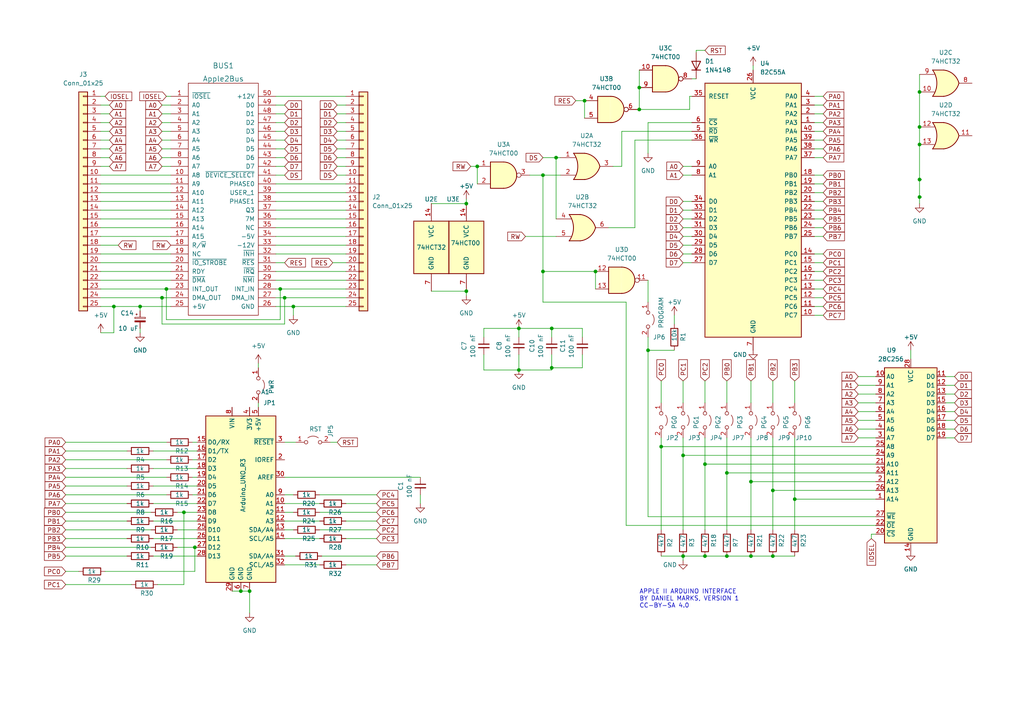
<source format=kicad_sch>
(kicad_sch (version 20211123) (generator eeschema)
  (paper "A4")
  (junction (at 82.55 86.36))
  (junction (at 230.505 144.78))
  (junction (at 81.28 83.82))
  (junction (at 135.255 84.455))
  (junction (at 204.47 134.62))
  (junction (at 72.39 171.45))
  (junction (at 224.155 142.24))
  (junction (at 187.96 101.6))
  (junction (at 266.7 52.07))
  (junction (at 138.43 48.26))
  (junction (at 217.805 139.7))
  (junction (at 160.02 106.68))
  (junction (at 185.42 25.4))
  (junction (at 150.495 95.25))
  (junction (at 191.77 129.54))
  (junction (at 210.82 137.16))
  (junction (at 46.99 86.36))
  (junction (at 266.7 57.15))
  (junction (at 48.26 83.82))
  (junction (at 161.29 45.72))
  (junction (at 224.155 161.29))
  (junction (at 266.7 41.91))
  (junction (at 266.7 36.83))
  (junction (at 210.82 161.29))
  (junction (at 204.47 161.29))
  (junction (at 56.515 158.75))
  (junction (at 198.12 132.08))
  (junction (at 85.09 88.9))
  (junction (at 198.12 161.29))
  (junction (at 157.48 78.74))
  (junction (at 69.85 171.45))
  (junction (at 217.805 161.29))
  (junction (at 33.02 88.9))
  (junction (at 150.495 107.315))
  (junction (at 160.02 95.25))
  (junction (at 185.42 31.75))
  (junction (at 53.34 148.59))
  (junction (at 172.72 78.74))
  (junction (at 40.64 88.9))
  (junction (at 157.48 50.8))
  (junction (at 135.255 59.055))
  (junction (at 169.545 29.21))
  (junction (at 266.7 26.67))
  (wire (pts (xy 92.71 143.51) (xy 109.22 143.51)))
  (wire (pts (xy 198.12 68.58) (xy 200.66 68.58)))
  (wire (pts (xy 92.71 148.59) (xy 109.22 148.59)))
  (wire (pts (xy 236.22 60.96) (xy 238.76 60.96)))
  (wire (pts (xy 236.22 81.28) (xy 238.76 81.28)))
  (wire (pts (xy 29.21 58.42) (xy 49.53 58.42)))
  (wire (pts (xy 44.45 156.21) (xy 57.15 156.21)))
  (wire (pts (xy 55.88 143.51) (xy 57.15 143.51)))
  (wire (pts (xy 100.33 156.21) (xy 109.22 156.21)))
  (wire (pts (xy 230.505 127) (xy 230.505 144.78)))
  (wire (pts (xy 51.435 148.59) (xy 53.34 148.59)))
  (wire (pts (xy 44.45 135.89) (xy 57.15 135.89)))
  (wire (pts (xy 29.21 83.82) (xy 48.26 83.82)))
  (wire (pts (xy 185.42 25.4) (xy 185.42 31.75)))
  (wire (pts (xy 97.79 40.64) (xy 100.33 40.64)))
  (wire (pts (xy 236.22 58.42) (xy 238.76 58.42)))
  (wire (pts (xy 29.21 43.18) (xy 31.75 43.18)))
  (wire (pts (xy 274.32 111.76) (xy 276.86 111.76)))
  (wire (pts (xy 177.8 48.26) (xy 180.34 48.26)))
  (wire (pts (xy 230.505 144.78) (xy 230.505 153.67)))
  (wire (pts (xy 80.01 55.88) (xy 100.33 55.88)))
  (wire (pts (xy 29.21 35.56) (xy 31.75 35.56)))
  (wire (pts (xy 200.025 31.75) (xy 200.025 27.94)))
  (wire (pts (xy 80.01 78.74) (xy 100.33 78.74)))
  (wire (pts (xy 95.885 128.27) (xy 97.79 128.27)))
  (wire (pts (xy 97.79 48.26) (xy 100.33 48.26)))
  (wire (pts (xy 29.21 45.72) (xy 31.75 45.72)))
  (wire (pts (xy 82.55 163.83) (xy 92.71 163.83)))
  (wire (pts (xy 180.34 48.26) (xy 180.34 38.1)))
  (wire (pts (xy 187.96 35.56) (xy 200.66 35.56)))
  (wire (pts (xy 29.21 48.26) (xy 31.75 48.26)))
  (wire (pts (xy 29.21 38.1) (xy 31.75 38.1)))
  (wire (pts (xy 248.92 127) (xy 254 127)))
  (wire (pts (xy 168.91 97.79) (xy 168.91 95.25)))
  (wire (pts (xy 29.21 68.58) (xy 49.53 68.58)))
  (wire (pts (xy 236.22 43.18) (xy 238.76 43.18)))
  (wire (pts (xy 236.22 91.44) (xy 238.76 91.44)))
  (wire (pts (xy 248.92 119.38) (xy 254 119.38)))
  (wire (pts (xy 217.805 161.29) (xy 224.155 161.29)))
  (wire (pts (xy 157.48 50.8) (xy 162.56 50.8)))
  (wire (pts (xy 46.99 48.26) (xy 49.53 48.26)))
  (wire (pts (xy 236.22 33.02) (xy 238.76 33.02)))
  (wire (pts (xy 236.22 40.64) (xy 238.76 40.64)))
  (wire (pts (xy 19.05 133.35) (xy 48.26 133.35)))
  (wire (pts (xy 204.47 127) (xy 204.47 134.62)))
  (wire (pts (xy 210.82 161.29) (xy 217.805 161.29)))
  (wire (pts (xy 29.21 63.5) (xy 49.53 63.5)))
  (wire (pts (xy 93.345 161.29) (xy 109.22 161.29)))
  (wire (pts (xy 46.99 40.64) (xy 49.53 40.64)))
  (wire (pts (xy 224.155 127) (xy 224.155 142.24)))
  (wire (pts (xy 150.495 95.25) (xy 160.02 95.25)))
  (wire (pts (xy 96.52 76.2) (xy 100.33 76.2)))
  (wire (pts (xy 274.32 114.3) (xy 276.86 114.3)))
  (wire (pts (xy 236.22 76.2) (xy 238.76 76.2)))
  (wire (pts (xy 82.55 153.67) (xy 85.09 153.67)))
  (wire (pts (xy 274.32 127) (xy 276.86 127)))
  (wire (pts (xy 19.05 156.21) (xy 36.83 156.21)))
  (wire (pts (xy 51.435 158.75) (xy 56.515 158.75)))
  (wire (pts (xy 187.96 149.86) (xy 254 149.86)))
  (wire (pts (xy 46.99 35.56) (xy 49.53 35.56)))
  (wire (pts (xy 44.45 140.97) (xy 57.15 140.97)))
  (wire (pts (xy 97.79 30.48) (xy 100.33 30.48)))
  (wire (pts (xy 160.02 106.68) (xy 160.02 107.315)))
  (wire (pts (xy 46.99 45.72) (xy 49.53 45.72)))
  (wire (pts (xy 80.01 73.66) (xy 100.33 73.66)))
  (wire (pts (xy 254 132.08) (xy 198.12 132.08)))
  (wire (pts (xy 167.005 29.21) (xy 169.545 29.21)))
  (wire (pts (xy 74.93 116.84) (xy 74.93 118.11)))
  (wire (pts (xy 48.26 92.71) (xy 81.28 92.71)))
  (wire (pts (xy 217.805 139.7) (xy 254 139.7)))
  (wire (pts (xy 19.05 140.97) (xy 36.83 140.97)))
  (wire (pts (xy 80.01 63.5) (xy 100.33 63.5)))
  (wire (pts (xy 236.22 27.94) (xy 238.76 27.94)))
  (wire (pts (xy 201.93 14.605) (xy 201.93 15.24)))
  (wire (pts (xy 29.21 76.2) (xy 49.53 76.2)))
  (wire (pts (xy 19.05 153.67) (xy 43.815 153.67)))
  (wire (pts (xy 30.48 165.735) (xy 56.515 165.735)))
  (wire (pts (xy 82.55 151.13) (xy 92.71 151.13)))
  (wire (pts (xy 198.12 132.08) (xy 198.12 153.67)))
  (wire (pts (xy 85.09 88.9) (xy 85.09 91.44)))
  (wire (pts (xy 266.7 21.59) (xy 266.7 26.67)))
  (wire (pts (xy 40.64 88.9) (xy 49.53 88.9)))
  (wire (pts (xy 80.01 71.12) (xy 100.33 71.12)))
  (wire (pts (xy 92.71 153.67) (xy 109.22 153.67)))
  (wire (pts (xy 80.01 53.34) (xy 100.33 53.34)))
  (wire (pts (xy 19.05 158.75) (xy 43.815 158.75)))
  (wire (pts (xy 19.05 128.27) (xy 48.26 128.27)))
  (wire (pts (xy 125.095 84.455) (xy 135.255 84.455)))
  (wire (pts (xy 236.22 35.56) (xy 238.76 35.56)))
  (wire (pts (xy 266.7 52.07) (xy 267.335 52.07)))
  (wire (pts (xy 82.55 161.29) (xy 85.725 161.29)))
  (wire (pts (xy 80.01 27.94) (xy 100.33 27.94)))
  (wire (pts (xy 121.92 143.51) (xy 121.92 146.05)))
  (wire (pts (xy 198.12 110.49) (xy 198.12 116.84)))
  (wire (pts (xy 19.05 138.43) (xy 48.26 138.43)))
  (wire (pts (xy 69.85 171.45) (xy 72.39 171.45)))
  (wire (pts (xy 82.55 138.43) (xy 121.92 138.43)))
  (wire (pts (xy 204.47 134.62) (xy 204.47 153.67)))
  (wire (pts (xy 248.92 111.76) (xy 254 111.76)))
  (wire (pts (xy 46.99 38.1) (xy 49.53 38.1)))
  (wire (pts (xy 198.12 71.12) (xy 200.66 71.12)))
  (wire (pts (xy 191.77 110.49) (xy 191.77 116.84)))
  (wire (pts (xy 200.66 22.86) (xy 201.93 22.86)))
  (wire (pts (xy 125.095 59.055) (xy 135.255 59.055)))
  (wire (pts (xy 198.12 73.66) (xy 200.66 73.66)))
  (wire (pts (xy 44.45 146.05) (xy 57.15 146.05)))
  (wire (pts (xy 135.255 84.455) (xy 135.255 85.725)))
  (wire (pts (xy 169.545 29.21) (xy 169.545 34.29)))
  (wire (pts (xy 181.61 87.63) (xy 181.61 152.4)))
  (wire (pts (xy 236.22 86.36) (xy 238.76 86.36)))
  (wire (pts (xy 80.01 38.1) (xy 82.55 38.1)))
  (wire (pts (xy 82.55 146.05) (xy 92.71 146.05)))
  (wire (pts (xy 67.31 171.45) (xy 69.85 171.45)))
  (wire (pts (xy 82.55 148.59) (xy 85.09 148.59)))
  (wire (pts (xy 224.155 161.29) (xy 230.505 161.29)))
  (wire (pts (xy 198.12 60.96) (xy 200.66 60.96)))
  (wire (pts (xy 46.99 30.48) (xy 49.53 30.48)))
  (wire (pts (xy 29.21 86.36) (xy 46.99 86.36)))
  (wire (pts (xy 236.22 50.8) (xy 238.76 50.8)))
  (wire (pts (xy 236.22 53.34) (xy 238.76 53.34)))
  (wire (pts (xy 153.67 50.8) (xy 157.48 50.8)))
  (wire (pts (xy 19.05 146.05) (xy 36.83 146.05)))
  (wire (pts (xy 29.21 50.8) (xy 49.53 50.8)))
  (wire (pts (xy 161.29 45.72) (xy 161.29 63.5)))
  (wire (pts (xy 97.79 35.56) (xy 100.33 35.56)))
  (wire (pts (xy 44.45 151.13) (xy 57.15 151.13)))
  (wire (pts (xy 217.805 139.7) (xy 217.805 153.67)))
  (wire (pts (xy 187.96 97.79) (xy 187.96 101.6)))
  (wire (pts (xy 198.12 63.5) (xy 200.66 63.5)))
  (wire (pts (xy 150.495 95.25) (xy 150.495 97.79)))
  (wire (pts (xy 80.01 35.56) (xy 82.55 35.56)))
  (wire (pts (xy 29.21 78.74) (xy 49.53 78.74)))
  (wire (pts (xy 29.21 27.94) (xy 30.48 27.94)))
  (wire (pts (xy 266.7 57.15) (xy 266.7 59.055)))
  (wire (pts (xy 152.4 68.58) (xy 161.29 68.58)))
  (wire (pts (xy 44.45 130.81) (xy 57.15 130.81)))
  (wire (pts (xy 46.99 93.98) (xy 82.55 93.98)))
  (wire (pts (xy 48.26 27.94) (xy 49.53 27.94)))
  (wire (pts (xy 161.29 45.72) (xy 162.56 45.72)))
  (wire (pts (xy 80.01 50.8) (xy 82.55 50.8)))
  (wire (pts (xy 44.45 161.29) (xy 57.15 161.29)))
  (wire (pts (xy 168.91 102.87) (xy 168.91 106.68)))
  (wire (pts (xy 29.21 53.34) (xy 49.53 53.34)))
  (wire (pts (xy 29.21 33.02) (xy 31.75 33.02)))
  (wire (pts (xy 80.01 60.96) (xy 100.33 60.96)))
  (wire (pts (xy 40.64 88.9) (xy 40.64 90.17)))
  (wire (pts (xy 82.55 156.21) (xy 92.71 156.21)))
  (wire (pts (xy 157.48 78.74) (xy 172.72 78.74)))
  (wire (pts (xy 198.12 161.29) (xy 198.12 162.56)))
  (wire (pts (xy 150.495 107.315) (xy 160.02 107.315)))
  (wire (pts (xy 140.335 95.25) (xy 140.335 97.79)))
  (wire (pts (xy 198.12 66.04) (xy 200.66 66.04)))
  (wire (pts (xy 274.32 109.22) (xy 276.86 109.22)))
  (wire (pts (xy 80.01 88.9) (xy 85.09 88.9)))
  (wire (pts (xy 97.79 45.72) (xy 100.33 45.72)))
  (wire (pts (xy 252.73 156.21) (xy 252.73 154.94)))
  (wire (pts (xy 264.16 101.6) (xy 264.16 104.14)))
  (wire (pts (xy 236.22 68.58) (xy 238.76 68.58)))
  (wire (pts (xy 29.21 55.88) (xy 49.53 55.88)))
  (wire (pts (xy 266.7 26.67) (xy 266.7 36.83)))
  (wire (pts (xy 81.28 92.71) (xy 81.28 83.82)))
  (wire (pts (xy 100.33 163.83) (xy 109.22 163.83)))
  (wire (pts (xy 217.805 110.49) (xy 217.805 116.84)))
  (wire (pts (xy 19.05 169.545) (xy 38.1 169.545)))
  (wire (pts (xy 19.05 161.29) (xy 36.83 161.29)))
  (wire (pts (xy 191.77 129.54) (xy 191.77 127)))
  (wire (pts (xy 80.01 86.36) (xy 82.55 86.36)))
  (wire (pts (xy 157.48 78.74) (xy 157.48 87.63)))
  (wire (pts (xy 224.155 142.24) (xy 224.155 153.67)))
  (wire (pts (xy 274.32 119.38) (xy 276.86 119.38)))
  (wire (pts (xy 19.05 143.51) (xy 48.26 143.51)))
  (wire (pts (xy 185.42 31.75) (xy 200.025 31.75)))
  (wire (pts (xy 140.335 107.315) (xy 150.495 107.315)))
  (wire (pts (xy 82.55 86.36) (xy 100.33 86.36)))
  (wire (pts (xy 136.525 48.26) (xy 138.43 48.26)))
  (wire (pts (xy 40.64 95.25) (xy 40.64 96.52)))
  (wire (pts (xy 80.01 66.04) (xy 100.33 66.04)))
  (wire (pts (xy 72.39 171.45) (xy 72.39 177.8)))
  (wire (pts (xy 80.01 33.02) (xy 82.55 33.02)))
  (wire (pts (xy 248.92 121.92) (xy 254 121.92)))
  (wire (pts (xy 160.02 102.87) (xy 160.02 106.68)))
  (wire (pts (xy 80.01 45.72) (xy 82.55 45.72)))
  (wire (pts (xy 157.48 50.8) (xy 157.48 78.74)))
  (wire (pts (xy 80.01 43.18) (xy 82.55 43.18)))
  (wire (pts (xy 19.05 148.59) (xy 43.815 148.59)))
  (wire (pts (xy 236.22 83.82) (xy 238.76 83.82)))
  (wire (pts (xy 191.77 129.54) (xy 191.77 153.67)))
  (wire (pts (xy 80.01 58.42) (xy 100.33 58.42)))
  (wire (pts (xy 230.505 110.49) (xy 230.505 116.84)))
  (wire (pts (xy 80.01 81.28) (xy 100.33 81.28)))
  (wire (pts (xy 46.99 86.36) (xy 49.53 86.36)))
  (wire (pts (xy 29.21 71.12) (xy 34.29 71.12)))
  (wire (pts (xy 100.33 146.05) (xy 109.22 146.05)))
  (wire (pts (xy 191.77 129.54) (xy 254 129.54)))
  (wire (pts (xy 187.96 101.6) (xy 187.96 149.86)))
  (wire (pts (xy 150.495 102.87) (xy 150.495 107.315)))
  (wire (pts (xy 157.48 87.63) (xy 181.61 87.63)))
  (wire (pts (xy 204.47 110.49) (xy 204.47 116.84)))
  (wire (pts (xy 55.88 138.43) (xy 57.15 138.43)))
  (wire (pts (xy 210.82 137.16) (xy 210.82 153.67)))
  (wire (pts (xy 236.22 73.66) (xy 238.76 73.66)))
  (wire (pts (xy 217.805 127) (xy 217.805 139.7)))
  (wire (pts (xy 210.82 137.16) (xy 254 137.16)))
  (wire (pts (xy 266.7 41.91) (xy 266.7 52.07)))
  (wire (pts (xy 200.025 27.94) (xy 200.66 27.94)))
  (wire (pts (xy 236.22 63.5) (xy 238.76 63.5)))
  (wire (pts (xy 80.01 83.82) (xy 81.28 83.82)))
  (wire (pts (xy 184.785 31.75) (xy 185.42 31.75)))
  (wire (pts (xy 80.01 76.2) (xy 82.55 76.2)))
  (wire (pts (xy 85.09 88.9) (xy 100.33 88.9)))
  (wire (pts (xy 266.7 52.07) (xy 266.7 57.15)))
  (wire (pts (xy 138.43 48.26) (xy 138.43 53.34)))
  (wire (pts (xy 230.505 144.78) (xy 254 144.78)))
  (wire (pts (xy 160.02 95.25) (xy 160.02 97.79)))
  (wire (pts (xy 160.02 95.25) (xy 168.91 95.25)))
  (wire (pts (xy 236.22 38.1) (xy 238.76 38.1)))
  (wire (pts (xy 97.79 50.8) (xy 100.33 50.8)))
  (wire (pts (xy 97.79 38.1) (xy 100.33 38.1)))
  (wire (pts (xy 80.01 48.26) (xy 82.55 48.26)))
  (wire (pts (xy 184.15 66.04) (xy 184.15 40.64)))
  (wire (pts (xy 55.88 133.35) (xy 57.15 133.35)))
  (wire (pts (xy 81.28 83.82) (xy 100.33 83.82)))
  (wire (pts (xy 236.22 30.48) (xy 238.76 30.48)))
  (wire (pts (xy 236.22 66.04) (xy 238.76 66.04)))
  (wire (pts (xy 274.32 116.84) (xy 276.86 116.84)))
  (wire (pts (xy 198.12 50.8) (xy 200.66 50.8)))
  (wire (pts (xy 157.48 45.72) (xy 161.29 45.72)))
  (wire (pts (xy 187.96 44.45) (xy 187.96 35.56)))
  (wire (pts (xy 274.32 124.46) (xy 276.86 124.46)))
  (wire (pts (xy 80.01 30.48) (xy 82.55 30.48)))
  (wire (pts (xy 19.05 165.735) (xy 22.86 165.735)))
  (wire (pts (xy 180.34 38.1) (xy 200.66 38.1)))
  (wire (pts (xy 248.92 116.84) (xy 254 116.84)))
  (wire (pts (xy 185.42 20.32) (xy 185.42 25.4)))
  (wire (pts (xy 172.72 78.74) (xy 172.72 83.82)))
  (wire (pts (xy 53.34 148.59) (xy 53.34 169.545)))
  (wire (pts (xy 236.22 55.88) (xy 238.76 55.88)))
  (wire (pts (xy 74.93 105.41) (xy 74.93 106.68)))
  (wire (pts (xy 198.12 127) (xy 198.12 132.08)))
  (wire (pts (xy 198.12 76.2) (xy 200.66 76.2)))
  (wire (pts (xy 33.02 88.9) (xy 33.02 96.52)))
  (wire (pts (xy 29.21 66.04) (xy 49.53 66.04)))
  (wire (pts (xy 248.92 114.3) (xy 254 114.3)))
  (wire (pts (xy 53.34 148.59) (xy 57.15 148.59)))
  (wire (pts (xy 224.155 142.24) (xy 254 142.24)))
  (wire (pts (xy 135.255 57.785) (xy 135.255 59.055)))
  (wire (pts (xy 198.12 161.29) (xy 204.47 161.29)))
  (wire (pts (xy 266.7 57.15) (xy 267.335 57.15)))
  (wire (pts (xy 33.02 88.9) (xy 40.64 88.9)))
  (wire (pts (xy 46.99 33.02) (xy 49.53 33.02)))
  (wire (pts (xy 82.55 143.51) (xy 85.09 143.51)))
  (wire (pts (xy 248.92 109.22) (xy 254 109.22)))
  (wire (pts (xy 187.96 101.6) (xy 195.58 101.6)))
  (wire (pts (xy 56.515 165.735) (xy 56.515 158.75)))
  (wire (pts (xy 150.495 95.25) (xy 140.335 95.25)))
  (wire (pts (xy 210.82 127) (xy 210.82 137.16)))
  (wire (pts (xy 56.515 158.75) (xy 57.15 158.75)))
  (wire (pts (xy 53.34 169.545) (xy 45.72 169.545)))
  (wire (pts (xy 181.61 152.4) (xy 254 152.4)))
  (wire (pts (xy 195.58 91.44) (xy 195.58 93.98)))
  (wire (pts (xy 80.01 68.58) (xy 100.33 68.58)))
  (wire (pts (xy 252.73 154.94) (xy 254 154.94)))
  (wire (pts (xy 48.26 83.82) (xy 48.26 92.71)))
  (wire (pts (xy 29.21 60.96) (xy 49.53 60.96)))
  (wire (pts (xy 82.55 128.27) (xy 85.725 128.27)))
  (wire (pts (xy 266.7 36.83) (xy 266.7 41.91)))
  (wire (pts (xy 184.15 40.64) (xy 200.66 40.64)))
  (wire (pts (xy 176.53 66.04) (xy 184.15 66.04)))
  (wire (pts (xy 236.22 78.74) (xy 238.76 78.74)))
  (wire (pts (xy 204.47 134.62) (xy 254 134.62)))
  (wire (pts (xy 51.435 153.67) (xy 57.15 153.67)))
  (wire (pts (xy 46.99 86.36) (xy 46.99 93.98)))
  (wire (pts (xy 204.47 161.29) (xy 210.82 161.29)))
  (wire (pts (xy 33.02 96.52) (xy 29.21 96.52)))
  (wire (pts (xy 204.47 14.605) (xy 201.93 14.605)))
  (wire (pts (xy 140.335 102.87) (xy 140.335 107.315)))
  (wire (pts (xy 29.21 81.28) (xy 49.53 81.28)))
  (wire (pts (xy 46.99 43.18) (xy 49.53 43.18)))
  (wire (pts (xy 29.21 30.48) (xy 31.75 30.48)))
  (wire (pts (xy 198.12 48.26) (xy 200.66 48.26)))
  (wire (pts (xy 48.26 83.82) (xy 49.53 83.82)))
  (wire (pts (xy 29.21 40.64) (xy 31.75 40.64)))
  (wire (pts (xy 236.22 88.9) (xy 238.76 88.9)))
  (wire (pts (xy 97.79 33.02) (xy 100.33 33.02)))
  (wire (pts (xy 168.91 106.68) (xy 160.02 106.68)))
  (wire (pts (xy 236.22 45.72) (xy 238.76 45.72)))
  (wire (pts (xy 29.21 88.9) (xy 33.02 88.9)))
  (wire (pts (xy 19.05 151.13) (xy 36.83 151.13)))
  (wire (pts (xy 218.44 19.05) (xy 218.44 20.32)))
  (wire (pts (xy 198.12 58.42) (xy 200.66 58.42)))
  (wire (pts (xy 224.155 110.49) (xy 224.155 116.84)))
  (wire (pts (xy 80.01 40.64) (xy 82.55 40.64)))
  (wire (pts (xy 97.79 43.18) (xy 100.33 43.18)))
  (wire (pts (xy 29.21 73.66) (xy 49.53 73.66)))
  (wire (pts (xy 19.05 130.81) (xy 36.83 130.81)))
  (wire (pts (xy 210.82 110.49) (xy 210.82 116.84)))
  (wire (pts (xy 55.88 128.27) (xy 57.15 128.27)))
  (wire (pts (xy 187.96 81.28) (xy 187.96 87.63)))
  (wire (pts (xy 19.05 135.89) (xy 36.83 135.89)))
  (wire (pts (xy 274.32 121.92) (xy 276.86 121.92)))
  (wire (pts (xy 100.33 151.13) (xy 109.22 151.13)))
  (wire (pts (xy 248.92 124.46) (xy 254 124.46)))
  (wire (pts (xy 82.55 93.98) (xy 82.55 86.36)))
  (wire (pts (xy 191.77 161.29) (xy 198.12 161.29)))
  (text "APPLE II ARDUINO INTERFACE\nBY DANIEL MARKS, VERSION 1\nCC-BY-SA 4.0\n" (at 185.42 176.53 0) (effects (font (size 1.27 1.27)) (justify left bottom)))
  (global_label "PC5" (shape input) (at 238.76 86.36 0) (property "Intersheet References" "${INTERSHEET_REFS}" (effects hide)))
  (global_label "D1" (shape input) (at 97.79 33.02 180) (property "Intersheet References" "${INTERSHEET_REFS}" (effects hide)))
  (global_label "D5" (shape input) (at 276.86 121.92 0) (property "Intersheet References" "${INTERSHEET_REFS}" (effects hide)))
  (global_label "A3" (shape input) (at 31.75 38.1 0) (property "Intersheet References" "${INTERSHEET_REFS}" (effects hide)))
  (global_label "PB6" (shape input) (at 238.76 66.04 0) (property "Intersheet References" "${INTERSHEET_REFS}" (effects hide)))
  (global_label "IOSEL" (shape input) (at 252.73 156.21 270) (property "Intersheet References" "${INTERSHEET_REFS}" (effects hide)))
  (global_label "PB2" (shape input) (at 19.05 153.67 180) (property "Intersheet References" "${INTERSHEET_REFS}" (effects hide)))
  (global_label "DS" (shape input) (at 97.79 50.8 180) (property "Intersheet References" "${INTERSHEET_REFS}" (effects hide)))
  (global_label "A3" (shape input) (at 46.99 38.1 180) (property "Intersheet References" "${INTERSHEET_REFS}" (effects hide)))
  (global_label "PB7" (shape input) (at 238.76 68.58 0) (property "Intersheet References" "${INTERSHEET_REFS}" (effects hide)))
  (global_label "PA2" (shape input) (at 238.76 33.02 0) (property "Intersheet References" "${INTERSHEET_REFS}" (effects hide)))
  (global_label "D0" (shape input) (at 82.55 30.48 0) (property "Intersheet References" "${INTERSHEET_REFS}" (effects hide)))
  (global_label "PC1" (shape input) (at 198.12 110.49 90) (property "Intersheet References" "${INTERSHEET_REFS}" (effects hide)))
  (global_label "DS" (shape input) (at 82.55 50.8 0) (property "Intersheet References" "${INTERSHEET_REFS}" (effects hide)))
  (global_label "A4" (shape input) (at 46.99 40.64 180) (property "Intersheet References" "${INTERSHEET_REFS}" (effects hide)))
  (global_label "PC4" (shape input) (at 109.22 143.51 0) (property "Intersheet References" "${INTERSHEET_REFS}" (effects hide)))
  (global_label "PB1" (shape input) (at 217.805 110.49 90) (property "Intersheet References" "${INTERSHEET_REFS}" (effects hide)))
  (global_label "D5" (shape input) (at 82.55 43.18 0) (property "Intersheet References" "${INTERSHEET_REFS}" (effects hide)))
  (global_label "PB2" (shape input) (at 238.76 55.88 0) (property "Intersheet References" "${INTERSHEET_REFS}" (effects hide)))
  (global_label "RES" (shape input) (at 167.005 29.21 180) (property "Intersheet References" "${INTERSHEET_REFS}" (effects hide)))
  (global_label "DS" (shape input) (at 157.48 45.72 180) (property "Intersheet References" "${INTERSHEET_REFS}" (effects hide)))
  (global_label "D5" (shape input) (at 198.12 71.12 180) (property "Intersheet References" "${INTERSHEET_REFS}" (effects hide)))
  (global_label "PB5" (shape input) (at 19.05 161.29 180) (property "Intersheet References" "${INTERSHEET_REFS}" (effects hide)))
  (global_label "PB1" (shape input) (at 19.05 151.13 180) (property "Intersheet References" "${INTERSHEET_REFS}" (effects hide)))
  (global_label "D4" (shape input) (at 82.55 40.64 0) (property "Intersheet References" "${INTERSHEET_REFS}" (effects hide)))
  (global_label "PA6" (shape input) (at 19.05 143.51 180) (property "Intersheet References" "${INTERSHEET_REFS}" (effects hide)))
  (global_label "D1" (shape input) (at 198.12 60.96 180) (property "Intersheet References" "${INTERSHEET_REFS}" (effects hide)))
  (global_label "D3" (shape input) (at 82.55 38.1 0) (property "Intersheet References" "${INTERSHEET_REFS}" (effects hide)))
  (global_label "PC6" (shape input) (at 238.76 88.9 0) (property "Intersheet References" "${INTERSHEET_REFS}" (effects hide)))
  (global_label "PB4" (shape input) (at 238.76 60.96 0) (property "Intersheet References" "${INTERSHEET_REFS}" (effects hide)))
  (global_label "PB3" (shape input) (at 230.505 110.49 90) (property "Intersheet References" "${INTERSHEET_REFS}" (effects hide)))
  (global_label "PC0" (shape input) (at 19.05 165.735 180) (property "Intersheet References" "${INTERSHEET_REFS}" (effects hide)))
  (global_label "RES" (shape input) (at 82.55 76.2 0) (property "Intersheet References" "${INTERSHEET_REFS}" (effects hide)))
  (global_label "D4" (shape input) (at 97.79 40.64 180) (property "Intersheet References" "${INTERSHEET_REFS}" (effects hide)))
  (global_label "PB7" (shape input) (at 109.22 163.83 0) (property "Intersheet References" "${INTERSHEET_REFS}" (effects hide)))
  (global_label "PB0" (shape input) (at 210.82 110.49 90) (property "Intersheet References" "${INTERSHEET_REFS}" (effects hide)))
  (global_label "A7" (shape input) (at 46.99 48.26 180) (property "Intersheet References" "${INTERSHEET_REFS}" (effects hide)))
  (global_label "D7" (shape input) (at 276.86 127 0) (property "Intersheet References" "${INTERSHEET_REFS}" (effects hide)))
  (global_label "PC3" (shape input) (at 109.22 156.21 0) (property "Intersheet References" "${INTERSHEET_REFS}" (effects hide)))
  (global_label "D7" (shape input) (at 198.12 76.2 180) (property "Intersheet References" "${INTERSHEET_REFS}" (effects hide)))
  (global_label "A5" (shape input) (at 46.99 43.18 180) (property "Intersheet References" "${INTERSHEET_REFS}" (effects hide)))
  (global_label "PA3" (shape input) (at 238.76 35.56 0) (property "Intersheet References" "${INTERSHEET_REFS}" (effects hide)))
  (global_label "A0" (shape input) (at 248.92 109.22 180) (property "Intersheet References" "${INTERSHEET_REFS}" (effects hide)))
  (global_label "D0" (shape input) (at 276.86 109.22 0) (property "Intersheet References" "${INTERSHEET_REFS}" (effects hide)))
  (global_label "D3" (shape input) (at 276.86 116.84 0) (property "Intersheet References" "${INTERSHEET_REFS}" (effects hide)))
  (global_label "PB5" (shape input) (at 238.76 63.5 0) (property "Intersheet References" "${INTERSHEET_REFS}" (effects hide)))
  (global_label "PA4" (shape input) (at 19.05 138.43 180) (property "Intersheet References" "${INTERSHEET_REFS}" (effects hide)))
  (global_label "PA2" (shape input) (at 19.05 133.35 180) (property "Intersheet References" "${INTERSHEET_REFS}" (effects hide)))
  (global_label "D2" (shape input) (at 198.12 63.5 180) (property "Intersheet References" "${INTERSHEET_REFS}" (effects hide)))
  (global_label "PC7" (shape input) (at 238.76 91.44 0) (property "Intersheet References" "${INTERSHEET_REFS}" (effects hide)))
  (global_label "D6" (shape input) (at 97.79 45.72 180) (property "Intersheet References" "${INTERSHEET_REFS}" (effects hide)))
  (global_label "PC6" (shape input) (at 109.22 148.59 0) (property "Intersheet References" "${INTERSHEET_REFS}" (effects hide)))
  (global_label "PC3" (shape input) (at 238.76 81.28 0) (property "Intersheet References" "${INTERSHEET_REFS}" (effects hide)))
  (global_label "PB6" (shape input) (at 109.22 161.29 0) (property "Intersheet References" "${INTERSHEET_REFS}" (effects hide)))
  (global_label "PB4" (shape input) (at 19.05 158.75 180) (property "Intersheet References" "${INTERSHEET_REFS}" (effects hide)))
  (global_label "PA5" (shape input) (at 238.76 40.64 0) (property "Intersheet References" "${INTERSHEET_REFS}" (effects hide)))
  (global_label "RW" (shape input) (at 152.4 68.58 180) (property "Intersheet References" "${INTERSHEET_REFS}" (effects hide)))
  (global_label "A7" (shape input) (at 248.92 127 180) (property "Intersheet References" "${INTERSHEET_REFS}" (effects hide)))
  (global_label "PC2" (shape input) (at 109.22 153.67 0) (property "Intersheet References" "${INTERSHEET_REFS}" (effects hide)))
  (global_label "PA3" (shape input) (at 19.05 135.89 180) (property "Intersheet References" "${INTERSHEET_REFS}" (effects hide)))
  (global_label "A0" (shape input) (at 46.99 30.48 180) (property "Intersheet References" "${INTERSHEET_REFS}" (effects hide)))
  (global_label "A4" (shape input) (at 248.92 119.38 180) (property "Intersheet References" "${INTERSHEET_REFS}" (effects hide)))
  (global_label "PA7" (shape input) (at 238.76 45.72 0) (property "Intersheet References" "${INTERSHEET_REFS}" (effects hide)))
  (global_label "PA4" (shape input) (at 238.76 38.1 0) (property "Intersheet References" "${INTERSHEET_REFS}" (effects hide)))
  (global_label "D6" (shape input) (at 198.12 73.66 180) (property "Intersheet References" "${INTERSHEET_REFS}" (effects hide)))
  (global_label "D4" (shape input) (at 276.86 119.38 0) (property "Intersheet References" "${INTERSHEET_REFS}" (effects hide)))
  (global_label "D0" (shape input) (at 198.12 58.42 180) (property "Intersheet References" "${INTERSHEET_REFS}" (effects hide)))
  (global_label "RW" (shape input) (at 49.53 71.12 180) (property "Intersheet References" "${INTERSHEET_REFS}" (effects hide)))
  (global_label "A0" (shape input) (at 31.75 30.48 0) (property "Intersheet References" "${INTERSHEET_REFS}" (effects hide)))
  (global_label "IOSEL" (shape input) (at 48.26 27.94 180) (property "Intersheet References" "${INTERSHEET_REFS}" (effects hide)))
  (global_label "D7" (shape input) (at 97.79 48.26 180) (property "Intersheet References" "${INTERSHEET_REFS}" (effects hide)))
  (global_label "RES" (shape input) (at 96.52 76.2 180) (property "Intersheet References" "${INTERSHEET_REFS}" (effects hide)))
  (global_label "PB3" (shape input) (at 238.76 58.42 0) (property "Intersheet References" "${INTERSHEET_REFS}" (effects hide)))
  (global_label "A1" (shape input) (at 248.92 111.76 180) (property "Intersheet References" "${INTERSHEET_REFS}" (effects hide)))
  (global_label "D2" (shape input) (at 276.86 114.3 0) (property "Intersheet References" "${INTERSHEET_REFS}" (effects hide)))
  (global_label "D6" (shape input) (at 276.86 124.46 0) (property "Intersheet References" "${INTERSHEET_REFS}" (effects hide)))
  (global_label "PC2" (shape input) (at 238.76 78.74 0) (property "Intersheet References" "${INTERSHEET_REFS}" (effects hide)))
  (global_label "PB3" (shape input) (at 19.05 156.21 180) (property "Intersheet References" "${INTERSHEET_REFS}" (effects hide)))
  (global_label "A6" (shape input) (at 31.75 45.72 0) (property "Intersheet References" "${INTERSHEET_REFS}" (effects hide)))
  (global_label "D7" (shape input) (at 82.55 48.26 0) (property "Intersheet References" "${INTERSHEET_REFS}" (effects hide)))
  (global_label "D2" (shape input) (at 97.79 35.56 180) (property "Intersheet References" "${INTERSHEET_REFS}" (effects hide)))
  (global_label "A2" (shape input) (at 31.75 35.56 0) (property "Intersheet References" "${INTERSHEET_REFS}" (effects hide)))
  (global_label "PC4" (shape input) (at 238.76 83.82 0) (property "Intersheet References" "${INTERSHEET_REFS}" (effects hide)))
  (global_label "D0" (shape input) (at 97.79 30.48 180) (property "Intersheet References" "${INTERSHEET_REFS}" (effects hide)))
  (global_label "A7" (shape input) (at 31.75 48.26 0) (property "Intersheet References" "${INTERSHEET_REFS}" (effects hide)))
  (global_label "PC0" (shape input) (at 238.76 73.66 0) (property "Intersheet References" "${INTERSHEET_REFS}" (effects hide)))
  (global_label "A5" (shape input) (at 248.92 121.92 180) (property "Intersheet References" "${INTERSHEET_REFS}" (effects hide)))
  (global_label "PA7" (shape input) (at 19.05 146.05 180) (property "Intersheet References" "${INTERSHEET_REFS}" (effects hide)))
  (global_label "A6" (shape input) (at 46.99 45.72 180) (property "Intersheet References" "${INTERSHEET_REFS}" (effects hide)))
  (global_label "PC0" (shape input) (at 191.77 110.49 90) (property "Intersheet References" "${INTERSHEET_REFS}" (effects hide)))
  (global_label "RW" (shape input) (at 136.525 48.26 180) (property "Intersheet References" "${INTERSHEET_REFS}" (effects hide)))
  (global_label "PB0" (shape input) (at 238.76 50.8 0) (property "Intersheet References" "${INTERSHEET_REFS}" (effects hide)))
  (global_label "A1" (shape input) (at 46.99 33.02 180) (property "Intersheet References" "${INTERSHEET_REFS}" (effects hide)))
  (global_label "PA0" (shape input) (at 19.05 128.27 180) (property "Intersheet References" "${INTERSHEET_REFS}" (effects hide)))
  (global_label "A6" (shape input) (at 248.92 124.46 180) (property "Intersheet References" "${INTERSHEET_REFS}" (effects hide)))
  (global_label "RW" (shape input) (at 34.29 71.12 0) (property "Intersheet References" "${INTERSHEET_REFS}" (effects hide)))
  (global_label "PA1" (shape input) (at 238.76 30.48 0) (property "Intersheet References" "${INTERSHEET_REFS}" (effects hide)))
  (global_label "PA0" (shape input) (at 238.76 27.94 0) (property "Intersheet References" "${INTERSHEET_REFS}" (effects hide)))
  (global_label "PC2" (shape input) (at 204.47 110.49 90) (property "Intersheet References" "${INTERSHEET_REFS}" (effects hide)))
  (global_label "D1" (shape input) (at 276.86 111.76 0) (property "Intersheet References" "${INTERSHEET_REFS}" (effects hide)))
  (global_label "A0" (shape input) (at 198.12 48.26 180) (property "Intersheet References" "${INTERSHEET_REFS}" (effects hide)))
  (global_label "D2" (shape input) (at 82.55 35.56 0) (property "Intersheet References" "${INTERSHEET_REFS}" (effects hide)))
  (global_label "PB2" (shape input) (at 224.155 110.49 90) (property "Intersheet References" "${INTERSHEET_REFS}" (effects hide)))
  (global_label "PB1" (shape input) (at 238.76 53.34 0) (property "Intersheet References" "${INTERSHEET_REFS}" (effects hide)))
  (global_label "RST" (shape input) (at 97.79 128.27 0) (property "Intersheet References" "${INTERSHEET_REFS}" (effects hide)))
  (global_label "A4" (shape input) (at 31.75 40.64 0) (property "Intersheet References" "${INTERSHEET_REFS}" (effects hide)))
  (global_label "A5" (shape input) (at 31.75 43.18 0) (property "Intersheet References" "${INTERSHEET_REFS}" (effects hide)))
  (global_label "A1" (shape input) (at 31.75 33.02 0) (property "Intersheet References" "${INTERSHEET_REFS}" (effects hide)))
  (global_label "PC5" (shape input) (at 109.22 146.05 0) (property "Intersheet References" "${INTERSHEET_REFS}" (effects hide)))
  (global_label "PC7" (shape input) (at 109.22 151.13 0) (property "Intersheet References" "${INTERSHEET_REFS}" (effects hide)))
  (global_label "D1" (shape input) (at 82.55 33.02 0) (property "Intersheet References" "${INTERSHEET_REFS}" (effects hide)))
  (global_label "D6" (shape input) (at 82.55 45.72 0) (property "Intersheet References" "${INTERSHEET_REFS}" (effects hide)))
  (global_label "A2" (shape input) (at 46.99 35.56 180) (property "Intersheet References" "${INTERSHEET_REFS}" (effects hide)))
  (global_label "PC1" (shape input) (at 19.05 169.545 180) (property "Intersheet References" "${INTERSHEET_REFS}" (effects hide)))
  (global_label "PA6" (shape input) (at 238.76 43.18 0) (property "Intersheet References" "${INTERSHEET_REFS}" (effects hide)))
  (global_label "D4" (shape input) (at 198.12 68.58 180) (property "Intersheet References" "${INTERSHEET_REFS}" (effects hide)))
  (global_label "PA1" (shape input) (at 19.05 130.81 180) (property "Intersheet References" "${INTERSHEET_REFS}" (effects hide)))
  (global_label "RST" (shape input) (at 204.47 14.605 0) (property "Intersheet References" "${INTERSHEET_REFS}" (effects hide)))
  (global_label "D5" (shape input) (at 97.79 43.18 180) (property "Intersheet References" "${INTERSHEET_REFS}" (effects hide)))
  (global_label "D3" (shape input) (at 198.12 66.04 180) (property "Intersheet References" "${INTERSHEET_REFS}" (effects hide)))
  (global_label "IOSEL" (shape input) (at 30.48 27.94 0) (property "Intersheet References" "${INTERSHEET_REFS}" (effects hide)))
  (global_label "A1" (shape input) (at 198.12 50.8 180) (property "Intersheet References" "${INTERSHEET_REFS}" (effects hide)))
  (global_label "A3" (shape input) (at 248.92 116.84 180) (property "Intersheet References" "${INTERSHEET_REFS}" (effects hide)))
  (global_label "A2" (shape input) (at 248.92 114.3 180) (property "Intersheet References" "${INTERSHEET_REFS}" (effects hide)))
  (global_label "PB0" (shape input) (at 19.05 148.59 180) (property "Intersheet References" "${INTERSHEET_REFS}" (effects hide)))
  (global_label "PA5" (shape input) (at 19.05 140.97 180) (property "Intersheet References" "${INTERSHEET_REFS}" (effects hide)))
  (global_label "D3" (shape input) (at 97.79 38.1 180) (property "Intersheet References" "${INTERSHEET_REFS}" (effects hide)))
  (global_label "PC1" (shape input) (at 238.76 76.2 0) (property "Intersheet References" "${INTERSHEET_REFS}" (effects hide)))
  (symbol (lib_id "Device:R") (at 224.155 157.48 0) (unit 1)
    (property "Reference" "R22" (at 226.695 158.75 90) (effects (justify left)))
    (property "Value" "4k7" (at 224.155 158.75 90) (effects (justify left)))
    (property "Footprint" "Resistor_THT:R_Axial_DIN0207_L6.3mm_D2.5mm_P7.62mm_Horizontal" (effects hide))
  )
  (symbol (lib_id "Device:R") (at 88.9 143.51 270) (unit 1)
    (property "Reference" "R20" (at 87.63 146.05 90) (effects (justify left)))
    (property "Value" "1k" (at 87.63 143.51 90) (effects (justify left)))
    (property "Footprint" "Resistor_THT:R_Axial_DIN0207_L6.3mm_D2.5mm_P7.62mm_Horizontal" (effects hide))
  )
  (symbol (lib_id "Device:R") (at 41.91 169.545 270) (unit 1)
    (property "Reference" "R30" (at 40.64 172.085 90) (effects (justify left)))
    (property "Value" "1k" (at 40.64 169.545 90) (effects (justify left)))
    (property "Footprint" "Resistor_THT:R_Axial_DIN0207_L6.3mm_D2.5mm_P7.62mm_Horizontal" (effects hide))
  )
  (symbol (lib_id "Jumper:Jumper_2_Open") (at 230.505 121.92 270) (unit 1)
    (property "Reference" "JP10" (at 235.585 127 90) (effects (justify right)))
    (property "Value" "PG6" (at 234.315 124.46 0) (effects (justify right)))
    (property "Footprint" "Connector_PinHeader_2.54mm:PinHeader_1x02_P2.54mm_Vertical" (effects hide))
  )
  (symbol (lib_id "Device:R") (at 47.625 148.59 270) (unit 1)
    (property "Reference" "R16" (at 46.355 151.13 90) (effects (justify left)))
    (property "Value" "1k" (at 46.355 148.59 90) (effects (justify left)))
    (property "Footprint" "Resistor_THT:R_Axial_DIN0207_L6.3mm_D2.5mm_P7.62mm_Horizontal" (effects hide))
  )
  (symbol (lib_id "Device:R") (at 47.625 158.75 270) (unit 1)
    (property "Reference" "R19" (at 46.355 161.29 90) (effects (justify left)))
    (property "Value" "1k" (at 46.355 158.75 90) (effects (justify left)))
    (property "Footprint" "Resistor_THT:R_Axial_DIN0207_L6.3mm_D2.5mm_P7.62mm_Horizontal" (effects hide))
  )
  (symbol (lib_id "power:+5V") (at 74.93 105.41 0) (unit 1)
    (property "Reference" "#PWR0105" (effects hide))
    (property "Value" "+5V" (at 74.93 100.33 0))
  )
  (symbol (lib_id "74xx:74HC00") (at 146.05 50.8 0) (unit 1)
    (property "Reference" "U3" (at 146.05 41.91 0))
    (property "Value" "74HCT00" (at 146.05 44.45 0))
    (property "Footprint" "Package_DIP:DIP-14_W7.62mm_Socket" (effects hide))
    (property "Datasheet" "http://www.ti.com/lit/gpn/sn74hc00" (effects hide))
  )
  (symbol (lib_id "74xx:74HC00") (at 177.165 31.75 0) (unit 2)
    (property "Reference" "U3" (at 175.895 22.86 0))
    (property "Value" "74HCT00" (at 175.895 25.4 0))
    (property "Footprint" "Package_DIP:DIP-14_W7.62mm_Socket" (effects hide))
    (property "Datasheet" "http://www.ti.com/lit/gpn/sn74hc00" (effects hide))
  )
  (symbol (lib_id "74xx:74LS32") (at 170.18 48.26 0) (unit 1)
    (property "Reference" "U2" (at 170.18 39.37 0))
    (property "Value" "74HCT32" (at 170.18 41.91 0))
    (property "Footprint" "Package_DIP:DIP-14_W7.62mm_Socket" (effects hide))
    (property "Datasheet" "http://www.ti.com/lit/gpn/sn74LS32" (effects hide))
  )
  (symbol (lib_id "power:GND") (at 264.16 160.02 0) (unit 1)
    (property "Reference" "#PWR0133" (effects hide))
    (property "Value" "GND" (at 264.16 165.1 0))
  )
  (symbol (lib_id "74xx:74LS32") (at 168.91 66.04 0) (unit 2)
    (property "Reference" "U2" (at 168.91 57.15 0))
    (property "Value" "74HCT32" (at 168.91 59.69 0))
    (property "Footprint" "Package_DIP:DIP-14_W7.62mm_Socket" (effects hide))
    (property "Datasheet" "http://www.ti.com/lit/gpn/sn74LS32" (effects hide))
  )
  (symbol (lib_id "Device:R") (at 26.67 165.735 270) (unit 1)
    (property "Reference" "R29" (at 25.4 168.275 90) (effects (justify left)))
    (property "Value" "1k" (at 25.4 165.735 90) (effects (justify left)))
    (property "Footprint" "Resistor_THT:R_Axial_DIN0207_L6.3mm_D2.5mm_P7.62mm_Horizontal" (effects hide))
  )
  (symbol (lib_id "Device:R") (at 217.805 157.48 0) (unit 1)
    (property "Reference" "R21" (at 220.345 158.75 90) (effects (justify left)))
    (property "Value" "4k7" (at 217.805 158.75 90) (effects (justify left)))
    (property "Footprint" "Resistor_THT:R_Axial_DIN0207_L6.3mm_D2.5mm_P7.62mm_Horizontal" (effects hide))
  )
  (symbol (lib_id "power:GND") (at 187.96 44.45 0) (unit 1)
    (property "Reference" "#PWR0112" (effects hide))
    (property "Value" "GND" (at 187.96 49.53 0))
  )
  (symbol (lib_id "power:GND") (at 150.495 107.315 0) (unit 1)
    (property "Reference" "#PWR0143" (effects hide))
    (property "Value" "GND" (at 150.495 112.395 0))
  )
  (symbol (lib_id "power:GND") (at 40.64 96.52 0) (unit 1)
    (property "Reference" "#PWR0147" (effects hide))
    (property "Value" "GND" (at 40.64 101.6 0))
  )
  (symbol (lib_id "Device:R") (at 40.64 156.21 270) (unit 1)
    (property "Reference" "R10" (at 39.37 158.75 90) (effects (justify left)))
    (property "Value" "1k" (at 39.37 156.21 90) (effects (justify left)))
    (property "Footprint" "Resistor_THT:R_Axial_DIN0207_L6.3mm_D2.5mm_P7.62mm_Horizontal" (effects hide))
  )
  (symbol (lib_id "Device:R") (at 198.12 157.48 0) (unit 1)
    (property "Reference" "R3" (at 200.66 158.75 90) (effects (justify left)))
    (property "Value" "4k7" (at 198.12 158.75 90) (effects (justify left)))
    (property "Footprint" "Resistor_THT:R_Axial_DIN0207_L6.3mm_D2.5mm_P7.62mm_Horizontal" (effects hide))
  )
  (symbol (lib_id "power:+5V") (at 135.255 57.785 0) (unit 1)
    (property "Reference" "#PWR0109" (effects hide))
    (property "Value" "+5V" (at 135.255 53.975 0))
  )
  (symbol (lib_id "Device:R") (at 40.64 140.97 270) (unit 1)
    (property "Reference" "R6" (at 39.37 143.51 90) (effects (justify left)))
    (property "Value" "1k" (at 39.37 140.97 90) (effects (justify left)))
    (property "Footprint" "Resistor_THT:R_Axial_DIN0207_L6.3mm_D2.5mm_P7.62mm_Horizontal" (effects hide))
  )
  (symbol (lib_id "Device:R") (at 210.82 157.48 0) (unit 1)
    (property "Reference" "R7" (at 213.36 158.75 90) (effects (justify left)))
    (property "Value" "4k7" (at 210.82 158.75 90) (effects (justify left)))
    (property "Footprint" "Resistor_THT:R_Axial_DIN0207_L6.3mm_D2.5mm_P7.62mm_Horizontal" (effects hide))
  )
  (symbol (lib_id "Device:R") (at 47.625 153.67 270) (unit 1)
    (property "Reference" "R17" (at 46.355 156.21 90) (effects (justify left)))
    (property "Value" "1k" (at 46.355 153.67 90) (effects (justify left)))
    (property "Footprint" "Resistor_THT:R_Axial_DIN0207_L6.3mm_D2.5mm_P7.62mm_Horizontal" (effects hide))
  )
  (symbol (lib_id "Device:C_Small") (at 160.02 100.33 0) (unit 1)
    (property "Reference" "C10" (at 154.305 100.33 90))
    (property "Value" "100 nF" (at 156.845 100.33 90))
    (property "Footprint" "Capacitor_THT:C_Disc_D5.0mm_W2.5mm_P5.00mm" (effects hide))
  )
  (symbol (lib_id "Memory_EEPROM:28C256") (at 264.16 132.08 0) (unit 1)
    (property "Reference" "U9" (at 257.175 101.6 0) (effects (justify left)))
    (property "Value" "28C256" (at 254.635 104.14 0) (effects (justify left)))
    (property "Footprint" "Package_DIP:DIP-28_W15.24mm_Socket" (effects hide))
    (property "Datasheet" "http://ww1.microchip.com/downloads/en/DeviceDoc/doc0006.pdf" (effects hide))
  )
  (symbol (lib_id "power:+5V") (at 150.495 95.25 0) (unit 1)
    (property "Reference" "#PWR0142" (effects hide))
    (property "Value" "+5V" (at 150.495 91.44 0))
  )
  (symbol (lib_id "Jumper:Jumper_2_Open") (at 198.12 121.92 270) (unit 1)
    (property "Reference" "JP3" (at 203.2 127 90) (effects (justify right)))
    (property "Value" "PG1" (at 201.93 124.46 0) (effects (justify right)))
    (property "Footprint" "Connector_PinHeader_2.54mm:PinHeader_1x02_P2.54mm_Vertical" (effects hide))
  )
  (symbol (lib_id "74xx:74HC00") (at 180.34 81.28 0) (unit 4)
    (property "Reference" "U3" (at 180.34 72.39 0))
    (property "Value" "74HCT00" (at 180.34 74.93 0))
    (property "Footprint" "Package_DIP:DIP-14_W7.62mm_Socket" (effects hide))
    (property "Datasheet" "http://www.ti.com/lit/gpn/sn74hc00" (effects hide))
  )
  (symbol (lib_id "power:GND") (at 85.09 91.44 0) (unit 1)
    (property "Reference" "#PWR0101" (effects hide))
    (property "Value" "GND" (at 85.09 96.52 0))
  )
  (symbol (lib_id "power:GND") (at 198.12 162.56 0) (unit 1)
    (property "Reference" "#PWR0130" (effects hide))
    (property "Value" "GND" (at 194.31 163.83 0))
  )
  (symbol (lib_id "Device:R") (at 52.07 143.51 270) (unit 1)
    (property "Reference" "R15" (at 50.8 146.05 90) (effects (justify left)))
    (property "Value" "1k" (at 50.8 143.51 90) (effects (justify left)))
    (property "Footprint" "Resistor_THT:R_Axial_DIN0207_L6.3mm_D2.5mm_P7.62mm_Horizontal" (effects hide))
  )
  (symbol (lib_id "Device:R") (at 40.64 146.05 270) (unit 1)
    (property "Reference" "R8" (at 39.37 148.59 90) (effects (justify left)))
    (property "Value" "1k" (at 39.37 146.05 90) (effects (justify left)))
    (property "Footprint" "Resistor_THT:R_Axial_DIN0207_L6.3mm_D2.5mm_P7.62mm_Horizontal" (effects hide))
  )
  (symbol (lib_id "Device:C_Small") (at 168.91 100.33 0) (unit 1)
    (property "Reference" "C11" (at 163.195 100.33 90))
    (property "Value" "100 nF" (at 165.735 100.33 90))
    (property "Footprint" "Capacitor_THT:C_Disc_D5.0mm_W2.5mm_P5.00mm" (effects hide))
  )
  (symbol (lib_id "Jumper:Jumper_2_Open") (at 187.96 92.71 270) (unit 1)
    (property "Reference" "JP6" (at 193.04 97.79 90) (effects (justify right)))
    (property "Value" "PROGRAM" (at 191.77 95.25 0) (effects (justify right)))
    (property "Footprint" "Connector_PinHeader_2.54mm:PinHeader_1x02_P2.54mm_Vertical" (effects hide))
  )
  (symbol (lib_id "Device:R") (at 96.52 146.05 270) (unit 1)
    (property "Reference" "R26" (at 95.25 148.59 90) (effects (justify left)))
    (property "Value" "1k" (at 95.25 146.05 90) (effects (justify left)))
    (property "Footprint" "Resistor_THT:R_Axial_DIN0207_L6.3mm_D2.5mm_P7.62mm_Horizontal" (effects hide))
  )
  (symbol (lib_id "Device:R") (at 230.505 157.48 0) (unit 1)
    (property "Reference" "R23" (at 233.045 158.75 90) (effects (justify left)))
    (property "Value" "4k7" (at 230.505 158.75 90) (effects (justify left)))
    (property "Footprint" "Resistor_THT:R_Axial_DIN0207_L6.3mm_D2.5mm_P7.62mm_Horizontal" (effects hide))
  )
  (symbol (lib_id "Device:C_Small") (at 121.92 140.97 0) (unit 1)
    (property "Reference" "C1" (at 116.205 140.97 90))
    (property "Value" "100 nF" (at 118.745 140.97 90))
    (property "Footprint" "Capacitor_THT:C_Disc_D5.0mm_W2.5mm_P5.00mm" (effects hide))
  )
  (symbol (lib_id "Jumper:Jumper_2_Open") (at 224.155 121.92 270) (unit 1)
    (property "Reference" "JP9" (at 229.235 127 90) (effects (justify right)))
    (property "Value" "PG5" (at 227.965 124.46 0) (effects (justify right)))
    (property "Footprint" "Connector_PinHeader_2.54mm:PinHeader_1x02_P2.54mm_Vertical" (effects hide))
  )
  (symbol (lib_id "Device:C_Polarized_Small") (at 40.64 92.71 0) (unit 1)
    (property "Reference" "C14" (at 34.925 90.805 0) (effects (justify left)))
    (property "Value" "10 uF" (at 34.29 95.25 0) (effects (justify left)))
    (property "Footprint" "Capacitor_THT:CP_Radial_D5.0mm_P2.50mm" (effects hide))
  )
  (symbol (lib_id "Connector_Generic:Conn_01x25") (at 24.13 58.42 0) (mirror y) (unit 1)
    (property "Reference" "J3" (at 24.13 21.59 0))
    (property "Value" "Conn_01x25" (at 24.13 24.13 0))
    (property "Footprint" "Connector_PinHeader_2.54mm:PinHeader_1x25_P2.54mm_Vertical" (effects hide))
  )
  (symbol (lib_id "Jumper:Jumper_2_Open") (at 204.47 121.92 270) (unit 1)
    (property "Reference" "JP4" (at 209.55 127 90) (effects (justify right)))
    (property "Value" "PG2" (at 208.28 124.46 0) (effects (justify right)))
    (property "Footprint" "Connector_PinHeader_2.54mm:PinHeader_1x02_P2.54mm_Vertical" (effects hide))
  )
  (symbol (lib_id "Device:R") (at 195.58 97.79 0) (unit 1)
    (property "Reference" "R1" (at 198.12 99.06 90) (effects (justify left)))
    (property "Value" "10k" (at 195.58 99.06 90) (effects (justify left)))
    (property "Footprint" "Resistor_THT:R_Axial_DIN0207_L6.3mm_D2.5mm_P7.62mm_Horizontal" (effects hide))
  )
  (symbol (lib_id "Device:R") (at 96.52 163.83 270) (unit 1)
    (property "Reference" "R32" (at 95.25 166.37 90) (effects (justify left)))
    (property "Value" "1k" (at 95.25 163.83 90) (effects (justify left)))
    (property "Footprint" "Resistor_THT:R_Axial_DIN0207_L6.3mm_D2.5mm_P7.62mm_Horizontal" (effects hide))
  )
  (symbol (lib_id "Device:R") (at 204.47 157.48 0) (unit 1)
    (property "Reference" "R18" (at 207.01 158.75 90) (effects (justify left)))
    (property "Value" "4k7" (at 204.47 158.75 90) (effects (justify left)))
    (property "Footprint" "Resistor_THT:R_Axial_DIN0207_L6.3mm_D2.5mm_P7.62mm_Horizontal" (effects hide))
  )
  (symbol (lib_id "Device:R") (at 52.07 128.27 270) (unit 1)
    (property "Reference" "R12" (at 50.8 130.81 90) (effects (justify left)))
    (property "Value" "1k" (at 50.8 128.27 90) (effects (justify left)))
    (property "Footprint" "Resistor_THT:R_Axial_DIN0207_L6.3mm_D2.5mm_P7.62mm_Horizontal" (effects hide))
  )
  (symbol (lib_id "MCU_Module:Arduino_UNO_R3") (at 69.85 143.51 0) (unit 1)
    (property "Reference" "A1" (at 75.6794 113.665 0) (effects (justify left)))
    (property "Value" "Arduino_UNO_R3" (at 70.485 148.59 90) (effects (justify left)))
    (property "Footprint" "Module:Arduino_UNO_R3" (effects hide))
    (property "Datasheet" "https://www.arduino.cc/en/Main/arduinoBoardUno" (effects hide))
  )
  (symbol (lib_id "Device:R") (at 52.07 138.43 270) (unit 1)
    (property "Reference" "R14" (at 50.8 140.97 90) (effects (justify left)))
    (property "Value" "1k" (at 50.8 138.43 90) (effects (justify left)))
    (property "Footprint" "Resistor_THT:R_Axial_DIN0207_L6.3mm_D2.5mm_P7.62mm_Horizontal" (effects hide))
  )
  (symbol (lib_id "Device:R") (at 40.64 135.89 270) (unit 1)
    (property "Reference" "R5" (at 39.37 138.43 90) (effects (justify left)))
    (property "Value" "1k" (at 39.37 135.89 90) (effects (justify left)))
    (property "Footprint" "Resistor_THT:R_Axial_DIN0207_L6.3mm_D2.5mm_P7.62mm_Horizontal" (effects hide))
  )
  (symbol (lib_id "power:GND") (at 266.7 59.055 0) (unit 1)
    (property "Reference" "#PWR0107" (effects hide))
    (property "Value" "GND" (at 266.7 64.135 0))
  )
  (symbol (lib_id "74xx:74LS32") (at 274.32 39.37 0) (unit 4)
    (property "Reference" "U2" (at 274.32 30.48 0))
    (property "Value" "74HCT32" (at 274.32 33.02 0))
    (property "Footprint" "Package_DIP:DIP-14_W7.62mm_Socket" (effects hide))
    (property "Datasheet" "http://www.ti.com/lit/gpn/sn74LS32" (effects hide))
  )
  (symbol (lib_id "Jumper:Jumper_2_Open") (at 90.805 128.27 0) (unit 1)
    (property "Reference" "JP5" (at 95.885 123.19 90) (effects (justify right)))
    (property "Value" "RST" (at 93.345 124.46 0) (effects (justify right)))
    (property "Footprint" "Connector_PinHeader_2.54mm:PinHeader_1x02_P2.54mm_Vertical" (effects hide))
  )
  (symbol (lib_id "Device:R") (at 89.535 161.29 270) (unit 1)
    (property "Reference" "R31" (at 88.265 163.83 90) (effects (justify left)))
    (property "Value" "1k" (at 88.265 161.29 90) (effects (justify left)))
    (property "Footprint" "Resistor_THT:R_Axial_DIN0207_L6.3mm_D2.5mm_P7.62mm_Horizontal" (effects hide))
  )
  (symbol (lib_id "Device:R") (at 191.77 157.48 0) (unit 1)
    (property "Reference" "R2" (at 194.31 158.75 90) (effects (justify left)))
    (property "Value" "4k7" (at 191.77 158.75 90) (effects (justify left)))
    (property "Footprint" "Resistor_THT:R_Axial_DIN0207_L6.3mm_D2.5mm_P7.62mm_Horizontal" (effects hide))
  )
  (symbol (lib_id "Device:R") (at 96.52 156.21 270) (unit 1)
    (property "Reference" "R28" (at 95.25 158.75 90) (effects (justify left)))
    (property "Value" "1k" (at 95.25 156.21 90) (effects (justify left)))
    (property "Footprint" "Resistor_THT:R_Axial_DIN0207_L6.3mm_D2.5mm_P7.62mm_Horizontal" (effects hide))
  )
  (symbol (lib_id "Device:R") (at 88.9 148.59 270) (unit 1)
    (property "Reference" "R24" (at 87.63 151.13 90) (effects (justify left)))
    (property "Value" "1k" (at 87.63 148.59 90) (effects (justify left)))
    (property "Footprint" "Resistor_THT:R_Axial_DIN0207_L6.3mm_D2.5mm_P7.62mm_Horizontal" (effects hide))
  )
  (symbol (lib_id "power:GND") (at 135.255 85.725 0) (unit 1)
    (property "Reference" "#PWR0104" (effects hide))
    (property "Value" "GND" (at 135.255 90.805 0))
  )
  (symbol (lib_id "Jumper:Jumper_2_Open") (at 210.82 121.92 270) (unit 1)
    (property "Reference" "JP7" (at 215.9 127 90) (effects (justify right)))
    (property "Value" "PG3" (at 214.63 124.46 0) (effects (justify right)))
    (property "Footprint" "Connector_PinHeader_2.54mm:PinHeader_1x02_P2.54mm_Vertical" (effects hide))
  )
  (symbol (lib_id "Jumper:Jumper_2_Open") (at 191.77 121.92 270) (unit 1)
    (property "Reference" "JP2" (at 196.85 127 90) (effects (justify right)))
    (property "Value" "PG0" (at 195.58 124.46 0) (effects (justify right)))
    (property "Footprint" "Connector_PinHeader_2.54mm:PinHeader_1x02_P2.54mm_Vertical" (effects hide))
  )
  (symbol (lib_id "Device:C_Small") (at 140.335 100.33 0) (unit 1)
    (property "Reference" "C7" (at 134.62 100.33 90))
    (property "Value" "100 nF" (at 137.16 100.33 90))
    (property "Footprint" "Capacitor_THT:C_Disc_D5.0mm_W2.5mm_P5.00mm" (effects hide))
  )
  (symbol (lib_id "power:GND") (at 218.44 101.6 0) (unit 1)
    (property "Reference" "#PWR0103" (effects hide))
    (property "Value" "GND" (at 214.63 102.87 0))
  )
  (symbol (lib_id "Jumper:Jumper_2_Open") (at 217.805 121.92 270) (unit 1)
    (property "Reference" "JP8" (at 222.885 127 90) (effects (justify right)))
    (property "Value" "PG4" (at 221.615 124.46 0) (effects (justify right)))
    (property "Footprint" "Connector_PinHeader_2.54mm:PinHeader_1x02_P2.54mm_Vertical" (effects hide))
  )
  (symbol (lib_id "74xx:74LS32") (at 274.32 24.13 0) (unit 3)
    (property "Reference" "U2" (at 274.32 15.24 0))
    (property "Value" "74HCT32" (at 274.32 17.78 0))
    (property "Footprint" "Package_DIP:DIP-14_W7.62mm_Socket" (effects hide))
    (property "Datasheet" "http://www.ti.com/lit/gpn/sn74LS32" (effects hide))
  )
  (symbol (lib_id "74xx:74HC00") (at 135.255 71.755 0) (unit 5)
    (property "Reference" "U3" (at 131.445 57.785 0))
    (property "Value" "74HCT00" (at 135.001 70.485 0))
    (property "Footprint" "Package_DIP:DIP-14_W7.62mm_Socket" (effects hide))
    (property "Datasheet" "http://www.ti.com/lit/gpn/sn74hc00" (effects hide))
  )
  (symbol (lib_id "Device:R") (at 88.9 153.67 270) (unit 1)
    (property "Reference" "R25" (at 87.63 156.21 90) (effects (justify left)))
    (property "Value" "1k" (at 87.63 153.67 90) (effects (justify left)))
    (property "Footprint" "Resistor_THT:R_Axial_DIN0207_L6.3mm_D2.5mm_P7.62mm_Horizontal" (effects hide))
  )
  (symbol (lib_id "power:+5V") (at 264.16 101.6 0) (unit 1)
    (property "Reference" "#PWR0113" (effects hide))
    (property "Value" "+5V" (at 264.16 97.79 0))
  )
  (symbol (lib_id "Device:R") (at 40.64 130.81 270) (unit 1)
    (property "Reference" "R4" (at 39.37 133.35 90) (effects (justify left)))
    (property "Value" "1k" (at 39.37 130.81 90) (effects (justify left)))
    (property "Footprint" "Resistor_THT:R_Axial_DIN0207_L6.3mm_D2.5mm_P7.62mm_Horizontal" (effects hide))
  )
  (symbol (lib_id "Device:R") (at 52.07 133.35 270) (unit 1)
    (property "Reference" "R13" (at 50.8 135.89 90) (effects (justify left)))
    (property "Value" "1k" (at 50.8 133.35 90) (effects (justify left)))
    (property "Footprint" "Resistor_THT:R_Axial_DIN0207_L6.3mm_D2.5mm_P7.62mm_Horizontal" (effects hide))
  )
  (symbol (lib_id "apple2bus:Apple2Bus") (at 64.77 57.15 0) (unit 1)
    (property "Reference" "BUS1" (at 64.77 19.05 0) (effects (font (size 1.524 1.524))))
    (property "Value" "Apple2Bus" (at 64.77 22.86 0) (effects (font (size 1.524 1.524))))
    (property "Footprint" "Apple2Card:Apple2Slot" (effects hide))
  )
  (symbol (lib_id "power:+5V") (at 29.21 96.52 0) (unit 1)
    (property "Reference" "#PWR0102" (effects hide))
    (property "Value" "+5V" (at 29.21 91.44 0))
  )
  (symbol (lib_id "power:GND") (at 72.39 177.8 0) (unit 1)
    (property "Reference" "#PWR0110" (effects hide))
    (property "Value" "GND" (at 72.39 182.88 0))
  )
  (symbol (lib_id "Device:C_Small") (at 150.495 100.33 0) (unit 1)
    (property "Reference" "C8" (at 144.78 100.33 90))
    (property "Value" "100 nF" (at 147.32 100.33 90))
    (property "Footprint" "Capacitor_THT:C_Disc_D5.0mm_W2.5mm_P5.00mm" (effects hide))
  )
  (symbol (lib_id "74xx:74HC00") (at 193.04 22.86 0) (mirror x) (unit 3)
    (property "Reference" "U3" (at 193.04 13.97 0))
    (property "Value" "74HCT00" (at 193.04 16.51 0))
    (property "Footprint" "Package_DIP:DIP-14_W7.62mm_Socket" (effects hide))
    (property "Datasheet" "http://www.ti.com/lit/gpn/sn74hc00" (effects hide))
  )
  (symbol (lib_id "Connector_Generic:Conn_01x25") (at 105.41 58.42 0) (unit 1)
    (property "Reference" "J2" (at 107.95 57.1499 0) (effects (justify left)))
    (property "Value" "Conn_01x25" (at 107.95 59.6899 0) (effects (justify left)))
    (property "Footprint" "Connector_PinHeader_2.54mm:PinHeader_1x25_P2.54mm_Vertical" (effects hide))
  )
  (symbol (lib_id "power:GND") (at 121.92 146.05 0) (unit 1)
    (property "Reference" "#PWR0108" (effects hide))
    (property "Value" "GND" (at 121.92 151.13 0))
  )
  (symbol (lib_id "power:+5V") (at 195.58 91.44 0) (unit 1)
    (property "Reference" "#PWR0106" (effects hide))
    (property "Value" "+5V" (at 195.58 87.63 0))
  )
  (symbol (lib_id "Interface:82C55A") (at 218.44 60.96 0) (unit 1)
    (property "Reference" "U4" (at 220.4594 18.415 0) (effects (justify left)))
    (property "Value" "82C55A" (at 220.4594 20.955 0) (effects (justify left)))
    (property "Footprint" "Package_DIP:DIP-40_W15.24mm_Socket" (effects hide))
    (property "Datasheet" "http://jap.hu/electronic/8255.pdf" (effects hide))
  )
  (symbol (lib_id "Device:D") (at 201.93 19.05 90) (unit 1)
    (property "Reference" "D1" (at 204.47 17.7799 90) (effects (justify right)))
    (property "Value" "1N4148" (at 204.47 20.3199 90) (effects (justify right)))
    (property "Footprint" "Diode_THT:D_DO-35_SOD27_P7.62mm_Horizontal" (effects hide))
  )
  (symbol (lib_id "Device:R") (at 40.64 161.29 270) (unit 1)
    (property "Reference" "R11" (at 39.37 163.83 90) (effects (justify left)))
    (property "Value" "1k" (at 39.37 161.29 90) (effects (justify left)))
    (property "Footprint" "Resistor_THT:R_Axial_DIN0207_L6.3mm_D2.5mm_P7.62mm_Horizontal" (effects hide))
  )
  (symbol (lib_id "Device:R") (at 96.52 151.13 270) (unit 1)
    (property "Reference" "R27" (at 95.25 153.67 90) (effects (justify left)))
    (property "Value" "1k" (at 95.25 151.13 90) (effects (justify left)))
    (property "Footprint" "Resistor_THT:R_Axial_DIN0207_L6.3mm_D2.5mm_P7.62mm_Horizontal" (effects hide))
  )
  (symbol (lib_id "Jumper:Jumper_2_Open") (at 74.93 111.76 270) (unit 1)
    (property "Reference" "JP1" (at 80.01 116.84 90) (effects (justify right)))
    (property "Value" "PWR" (at 78.74 114.3 0) (effects (justify right)))
    (property "Footprint" "Connector_PinHeader_2.54mm:PinHeader_1x02_P2.54mm_Vertical" (effects hide))
  )
  (symbol (lib_id "power:+5V") (at 218.44 19.05 0) (unit 1)
    (property "Reference" "#PWR0111" (effects hide))
    (property "Value" "+5V" (at 218.44 13.97 0))
  )
  (symbol (lib_id "Device:R") (at 40.64 151.13 270) (unit 1)
    (property "Reference" "R9" (at 39.37 153.67 90) (effects (justify left)))
    (property "Value" "1k" (at 39.37 151.13 90) (effects (justify left)))
    (property "Footprint" "Resistor_THT:R_Axial_DIN0207_L6.3mm_D2.5mm_P7.62mm_Horizontal" (effects hide))
  )
  (symbol (lib_id "74xx:74LS32") (at 125.095 71.755 0) (unit 5)
    (property "Reference" "U2" (at 125.095 57.785 0))
    (property "Value" "74HCT32" (at 125.095 71.755 0))
    (property "Footprint" "Package_DIP:DIP-14_W7.62mm_Socket" (effects hide))
    (property "Datasheet" "http://www.ti.com/lit/gpn/sn74LS32" (effects hide))
  )
)
</source>
